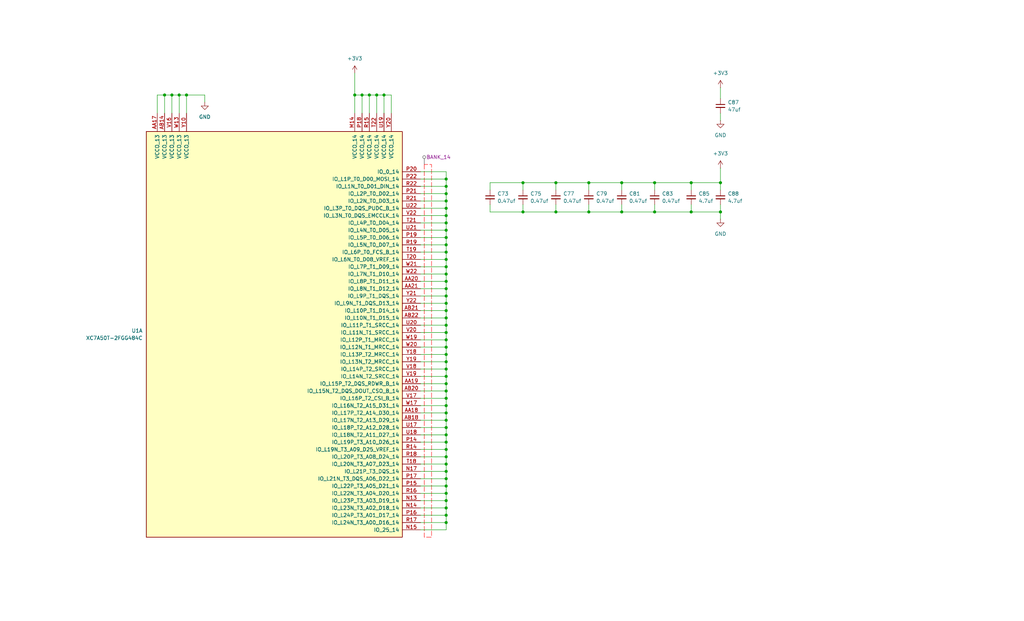
<source format=kicad_sch>
(kicad_sch (version 20250114) (generator "eeschema") (generator_version "9.0")
  (paper "USLegal")
  (junction (at 154.94 113.03))
  (junction (at 154.94 118.11))
  (junction (at 154.94 100.33))
  (junction (at 154.94 151.13))
  (junction (at 154.94 62.23))
  (junction (at 154.94 82.55))
  (junction (at 154.94 146.05))
  (junction (at 154.94 125.73))
  (junction (at 154.94 77.47))
  (junction (at 154.94 110.49))
  (junction (at 154.94 92.71))
  (junction (at 154.94 168.91))
  (junction (at 181.61 63.5))
  (junction (at 154.94 130.81))
  (junction (at 154.94 181.61))
  (junction (at 154.94 140.97))
  (junction (at 154.94 133.35))
  (junction (at 227.33 73.66))
  (junction (at 154.94 105.41))
  (junction (at 215.9 73.66))
  (junction (at 154.94 163.83))
  (junction (at 128.27 33.02))
  (junction (at 154.94 72.39))
  (junction (at 154.94 153.67))
  (junction (at 240.03 63.5))
  (junction (at 154.94 120.65))
  (junction (at 154.94 69.85))
  (junction (at 154.94 166.37))
  (junction (at 154.94 158.75))
  (junction (at 154.94 148.59))
  (junction (at 154.94 128.27))
  (junction (at 193.04 73.66))
  (junction (at 181.61 73.66))
  (junction (at 215.9 63.5))
  (junction (at 133.35 33.02))
  (junction (at 193.04 63.5))
  (junction (at 154.94 171.45))
  (junction (at 154.94 97.79))
  (junction (at 154.94 138.43))
  (junction (at 154.94 115.57))
  (junction (at 154.94 74.93))
  (junction (at 250.19 73.66))
  (junction (at 154.94 85.09))
  (junction (at 204.47 73.66))
  (junction (at 154.94 95.25))
  (junction (at 64.77 33.02))
  (junction (at 123.19 33.02))
  (junction (at 57.15 33.02))
  (junction (at 154.94 143.51))
  (junction (at 154.94 156.21))
  (junction (at 154.94 173.99))
  (junction (at 154.94 80.01))
  (junction (at 227.33 63.5))
  (junction (at 154.94 179.07))
  (junction (at 154.94 135.89))
  (junction (at 154.94 176.53))
  (junction (at 154.94 102.87))
  (junction (at 62.23 33.02))
  (junction (at 154.94 123.19))
  (junction (at 130.81 33.02))
  (junction (at 154.94 107.95))
  (junction (at 154.94 90.17))
  (junction (at 59.69 33.02))
  (junction (at 154.94 87.63))
  (junction (at 125.73 33.02))
  (junction (at 240.03 73.66))
  (junction (at 250.19 63.5))
  (junction (at 154.94 161.29))
  (junction (at 204.47 63.5))
  (junction (at 154.94 67.31))
  (junction (at 154.94 64.77))
  (wire (pts (xy 154.94 163.83) (xy 154.94 166.37)))
  (wire (pts (xy 154.94 97.79) (xy 146.05 97.79)))
  (wire (pts (xy 154.94 97.79) (xy 154.94 100.33)))
  (wire (pts (xy 250.19 73.66) (xy 250.19 71.12)))
  (wire (pts (xy 170.18 73.66) (xy 181.61 73.66)))
  (wire (pts (xy 154.94 151.13) (xy 154.94 153.67)))
  (wire (pts (xy 154.94 176.53) (xy 154.94 179.07)))
  (wire (pts (xy 154.94 87.63) (xy 154.94 90.17)))
  (wire (pts (xy 154.94 176.53) (xy 146.05 176.53)))
  (wire (pts (xy 154.94 110.49) (xy 154.94 113.03)))
  (wire (pts (xy 240.03 63.5) (xy 240.03 66.04)))
  (wire (pts (xy 154.94 128.27) (xy 146.05 128.27)))
  (wire (pts (xy 154.94 80.01) (xy 146.05 80.01)))
  (wire (pts (xy 154.94 110.49) (xy 146.05 110.49)))
  (wire (pts (xy 154.94 163.83) (xy 146.05 163.83)))
  (wire (pts (xy 204.47 63.5) (xy 204.47 66.04)))
  (wire (pts (xy 227.33 63.5) (xy 240.03 63.5)))
  (wire (pts (xy 154.94 146.05) (xy 154.94 148.59)))
  (wire (pts (xy 193.04 73.66) (xy 204.47 73.66)))
  (wire (pts (xy 154.94 171.45) (xy 154.94 173.99)))
  (wire (pts (xy 240.03 63.5) (xy 250.19 63.5)))
  (wire (pts (xy 154.94 156.21) (xy 154.94 158.75)))
  (wire (pts (xy 54.61 39.37) (xy 54.61 33.02)))
  (wire (pts (xy 154.94 92.71) (xy 154.94 95.25)))
  (wire (pts (xy 154.94 148.59) (xy 154.94 151.13)))
  (wire (pts (xy 154.94 59.69) (xy 154.94 62.23)))
  (wire (pts (xy 154.94 85.09) (xy 154.94 87.63)))
  (wire (pts (xy 154.94 77.47) (xy 146.05 77.47)))
  (wire (pts (xy 57.15 33.02) (xy 59.69 33.02)))
  (wire (pts (xy 59.69 33.02) (xy 59.69 39.37)))
  (wire (pts (xy 154.94 113.03) (xy 146.05 113.03)))
  (wire (pts (xy 133.35 33.02) (xy 133.35 39.37)))
  (wire (pts (xy 215.9 63.5) (xy 215.9 66.04)))
  (wire (pts (xy 154.94 171.45) (xy 146.05 171.45)))
  (wire (pts (xy 154.94 67.31) (xy 154.94 69.85)))
  (wire (pts (xy 154.94 158.75) (xy 146.05 158.75)))
  (wire (pts (xy 154.94 100.33) (xy 154.94 102.87)))
  (wire (pts (xy 123.19 39.37) (xy 123.19 33.02)))
  (wire (pts (xy 154.94 69.85) (xy 146.05 69.85)))
  (wire (pts (xy 154.94 179.07) (xy 154.94 181.61)))
  (wire (pts (xy 154.94 168.91) (xy 154.94 171.45)))
  (wire (pts (xy 250.19 73.66) (xy 250.19 76.2)))
  (wire (pts (xy 154.94 107.95) (xy 154.94 110.49)))
  (wire (pts (xy 204.47 71.12) (xy 204.47 73.66)))
  (wire (pts (xy 154.94 107.95) (xy 146.05 107.95)))
  (wire (pts (xy 154.94 90.17) (xy 146.05 90.17)))
  (wire (pts (xy 227.33 71.12) (xy 227.33 73.66)))
  (wire (pts (xy 240.03 71.12) (xy 240.03 73.66)))
  (wire (pts (xy 170.18 66.04) (xy 170.18 63.5)))
  (wire (pts (xy 154.94 77.47) (xy 154.94 80.01)))
  (wire (pts (xy 154.94 123.19) (xy 146.05 123.19)))
  (wire (pts (xy 154.94 156.21) (xy 146.05 156.21)))
  (wire (pts (xy 64.77 33.02) (xy 71.12 33.02)))
  (wire (pts (xy 154.94 105.41) (xy 154.94 107.95)))
  (wire (pts (xy 154.94 100.33) (xy 146.05 100.33)))
  (wire (pts (xy 154.94 92.71) (xy 146.05 92.71)))
  (wire (pts (xy 154.94 138.43) (xy 146.05 138.43)))
  (wire (pts (xy 125.73 33.02) (xy 128.27 33.02)))
  (wire (pts (xy 181.61 71.12) (xy 181.61 73.66)))
  (wire (pts (xy 154.94 173.99) (xy 146.05 173.99)))
  (wire (pts (xy 154.94 87.63) (xy 146.05 87.63)))
  (wire (pts (xy 154.94 161.29) (xy 146.05 161.29)))
  (wire (pts (xy 154.94 125.73) (xy 146.05 125.73)))
  (wire (pts (xy 193.04 63.5) (xy 204.47 63.5)))
  (wire (pts (xy 250.19 58.42) (xy 250.19 63.5)))
  (wire (pts (xy 128.27 33.02) (xy 130.81 33.02)))
  (wire (pts (xy 154.94 181.61) (xy 146.05 181.61)))
  (wire (pts (xy 154.94 118.11) (xy 146.05 118.11)))
  (wire (pts (xy 154.94 118.11) (xy 154.94 120.65)))
  (wire (pts (xy 227.33 73.66) (xy 240.03 73.66)))
  (wire (pts (xy 154.94 113.03) (xy 154.94 115.57)))
  (wire (pts (xy 154.94 74.93) (xy 154.94 77.47)))
  (wire (pts (xy 154.94 130.81) (xy 146.05 130.81)))
  (wire (pts (xy 154.94 168.91) (xy 146.05 168.91)))
  (wire (pts (xy 62.23 33.02) (xy 62.23 39.37)))
  (wire (pts (xy 204.47 63.5) (xy 215.9 63.5)))
  (wire (pts (xy 154.94 148.59) (xy 146.05 148.59)))
  (wire (pts (xy 181.61 73.66) (xy 193.04 73.66)))
  (wire (pts (xy 154.94 130.81) (xy 154.94 133.35)))
  (wire (pts (xy 250.19 66.04) (xy 250.19 63.5)))
  (wire (pts (xy 154.94 158.75) (xy 154.94 161.29)))
  (wire (pts (xy 133.35 33.02) (xy 135.89 33.02)))
  (wire (pts (xy 181.61 63.5) (xy 181.61 66.04)))
  (wire (pts (xy 181.61 63.5) (xy 193.04 63.5)))
  (wire (pts (xy 250.19 39.37) (xy 250.19 41.91)))
  (wire (pts (xy 204.47 73.66) (xy 215.9 73.66)))
  (wire (pts (xy 154.94 120.65) (xy 154.94 123.19)))
  (wire (pts (xy 154.94 143.51) (xy 154.94 146.05)))
  (wire (pts (xy 154.94 140.97) (xy 146.05 140.97)))
  (wire (pts (xy 154.94 115.57) (xy 146.05 115.57)))
  (wire (pts (xy 154.94 184.15) (xy 146.05 184.15)))
  (wire (pts (xy 154.94 146.05) (xy 146.05 146.05)))
  (wire (pts (xy 215.9 63.5) (xy 227.33 63.5)))
  (wire (pts (xy 154.94 115.57) (xy 154.94 118.11)))
  (wire (pts (xy 154.94 102.87) (xy 154.94 105.41)))
  (wire (pts (xy 154.94 102.87) (xy 146.05 102.87)))
  (wire (pts (xy 154.94 143.51) (xy 146.05 143.51)))
  (wire (pts (xy 125.73 33.02) (xy 125.73 39.37)))
  (wire (pts (xy 154.94 105.41) (xy 146.05 105.41)))
  (wire (pts (xy 227.33 63.5) (xy 227.33 66.04)))
  (wire (pts (xy 154.94 72.39) (xy 154.94 74.93)))
  (wire (pts (xy 154.94 95.25) (xy 146.05 95.25)))
  (wire (pts (xy 154.94 138.43) (xy 154.94 140.97)))
  (wire (pts (xy 154.94 80.01) (xy 154.94 82.55)))
  (wire (pts (xy 154.94 166.37) (xy 154.94 168.91)))
  (wire (pts (xy 154.94 181.61) (xy 154.94 184.15)))
  (wire (pts (xy 57.15 33.02) (xy 57.15 39.37)))
  (wire (pts (xy 154.94 74.93) (xy 146.05 74.93)))
  (wire (pts (xy 154.94 90.17) (xy 154.94 92.71)))
  (wire (pts (xy 193.04 71.12) (xy 193.04 73.66)))
  (wire (pts (xy 154.94 153.67) (xy 154.94 156.21)))
  (wire (pts (xy 154.94 62.23) (xy 154.94 64.77)))
  (wire (pts (xy 154.94 85.09) (xy 146.05 85.09)))
  (wire (pts (xy 215.9 73.66) (xy 227.33 73.66)))
  (wire (pts (xy 146.05 59.69) (xy 154.94 59.69)))
  (wire (pts (xy 170.18 71.12) (xy 170.18 73.66)))
  (wire (pts (xy 154.94 67.31) (xy 146.05 67.31)))
  (wire (pts (xy 154.94 153.67) (xy 146.05 153.67)))
  (wire (pts (xy 64.77 33.02) (xy 64.77 39.37)))
  (wire (pts (xy 130.81 33.02) (xy 133.35 33.02)))
  (wire (pts (xy 154.94 125.73) (xy 154.94 128.27)))
  (wire (pts (xy 154.94 151.13) (xy 146.05 151.13)))
  (wire (pts (xy 154.94 120.65) (xy 146.05 120.65)))
  (wire (pts (xy 62.23 33.02) (xy 64.77 33.02)))
  (wire (pts (xy 154.94 133.35) (xy 154.94 135.89)))
  (wire (pts (xy 215.9 71.12) (xy 215.9 73.66)))
  (wire (pts (xy 154.94 64.77) (xy 154.94 67.31)))
  (wire (pts (xy 154.94 62.23) (xy 146.05 62.23)))
  (wire (pts (xy 59.69 33.02) (xy 62.23 33.02)))
  (wire (pts (xy 154.94 72.39) (xy 146.05 72.39)))
  (wire (pts (xy 154.94 140.97) (xy 154.94 143.51)))
  (wire (pts (xy 154.94 179.07) (xy 146.05 179.07)))
  (wire (pts (xy 123.19 25.4) (xy 123.19 33.02)))
  (wire (pts (xy 154.94 135.89) (xy 146.05 135.89)))
  (wire (pts (xy 130.81 33.02) (xy 130.81 39.37)))
  (wire (pts (xy 240.03 73.66) (xy 250.19 73.66)))
  (wire (pts (xy 250.19 30.48) (xy 250.19 34.29)))
  (wire (pts (xy 193.04 63.5) (xy 193.04 66.04)))
  (wire (pts (xy 154.94 133.35) (xy 146.05 133.35)))
  (wire (pts (xy 154.94 82.55) (xy 154.94 85.09)))
  (wire (pts (xy 123.19 33.02) (xy 125.73 33.02)))
  (wire (pts (xy 154.94 166.37) (xy 146.05 166.37)))
  (wire (pts (xy 128.27 33.02) (xy 128.27 39.37)))
  (wire (pts (xy 154.94 82.55) (xy 146.05 82.55)))
  (wire (pts (xy 154.94 95.25) (xy 154.94 97.79)))
  (wire (pts (xy 154.94 128.27) (xy 154.94 130.81)))
  (wire (pts (xy 170.18 63.5) (xy 181.61 63.5)))
  (wire (pts (xy 154.94 64.77) (xy 146.05 64.77)))
  (wire (pts (xy 54.61 33.02) (xy 57.15 33.02)))
  (wire (pts (xy 135.89 33.02) (xy 135.89 39.37)))
  (wire (pts (xy 154.94 123.19) (xy 154.94 125.73)))
  (wire (pts (xy 154.94 161.29) (xy 154.94 163.83)))
  (wire (pts (xy 154.94 135.89) (xy 154.94 138.43)))
  (wire (pts (xy 71.12 33.02) (xy 71.12 35.56)))
  (wire (pts (xy 154.94 69.85) (xy 154.94 72.39)))
  (wire (pts (xy 154.94 173.99) (xy 154.94 176.53)))
  (rule_area (polyline (pts (xy 147.32 57.15) (xy 147.32 186.69) (xy 149.86 186.69) (xy 149.86 57.15)) (stroke (width 0) (type dash))))
  (netclass_flag "" (length 2.54) (shape round) (at 147.32 57.15 0) (property "Netclass" "BANK_14" (at 148.0185 54.61 0) (effects (justify left))))
  (symbol (lib_id "!Misc:C_47uf_1206") (at 250.19 36.83 0) (unit 1)
    (property "Reference" "C87" (at 252.73 35.5662 0) (effects (justify left)))
    (property "Value" "47uf" (at 252.73 38.1062 0) (effects (justify left)))
    (property "Footprint" "Capacitor_SMD:C_1206_3216Metric" (effects (hide yes)))
    (property "Description" "Unpolarized capacitor 47uf 1206" (effects (hide yes)))
    (property "LCSC Part #" "C96123" (effects (hide yes)))
    (property "Digi-Key Part Number" "1276-3063-1-ND" (effects (hide yes)))
  )
  (symbol (lib_id "power:GND") (at 250.19 76.2 0) (unit 1)
    (property "Reference" "#PWR096" (effects (hide yes)))
    (property "Value" "GND" (at 250.19 81.28 0))
    (property "Description" "Power symbol creates a global label with name \"GND\" , ground" (effects (hide yes)))
  )
  (symbol (lib_id "!Misc:C_0.47uf_0402") (at 227.33 68.58 0) (unit 1)
    (property "Reference" "C83" (at 229.87 67.3162 0) (effects (justify left)))
    (property "Value" "0.47uf" (at 229.87 69.8562 0) (effects (justify left)))
    (property "Footprint" "Capacitor_SMD:C_0402_1005Metric" (effects (hide yes)))
    (property "Description" "Unpolarized capacitor 0.47uf 0402" (effects (hide yes)))
    (property "LCSC Part #" "C1779" (effects (hide yes)))
    (property "Digi-Key Part Number" "1276-1173-1-ND" (effects (hide yes)))
  )
  (symbol (lib_id "power:GND") (at 250.19 41.91 0) (unit 1)
    (property "Reference" "#PWR095" (effects (hide yes)))
    (property "Value" "GND" (at 250.19 46.99 0))
    (property "Description" "Power symbol creates a global label with name \"GND\" , ground" (effects (hide yes)))
  )
  (symbol (lib_id "power:+3V3") (at 250.19 30.48 0) (unit 1)
    (property "Reference" "#PWR0112" (effects (hide yes)))
    (property "Value" "+3V3" (at 250.19 25.4 0))
    (property "Description" "Power symbol creates a global label with name \"+3V3\"" (effects (hide yes)))
  )
  (symbol (lib_id "!Misc:C_4.7uf_0805") (at 240.03 68.58 0) (unit 1)
    (property "Reference" "C85" (at 242.57 67.3162 0) (effects (justify left)))
    (property "Value" "4.7uf" (at 242.57 69.8562 0) (effects (justify left)))
    (property "Footprint" "Capacitor_SMD:C_0805_2012Metric" (effects (hide yes)))
    (property "Description" "Unpolarized capacitor 4.7uf 0805" (effects (hide yes)))
    (property "LCSC Part #" "C1779" (effects (hide yes)))
    (property "Digi-Key Part Number" "1276-1244-1-ND" (effects (hide yes)))
  )
  (symbol (lib_id "power:+3V3") (at 123.19 25.4 0) (unit 1)
    (property "Reference" "#PWR0101" (effects (hide yes)))
    (property "Value" "+3V3" (at 123.19 20.32 0))
    (property "Description" "Power symbol creates a global label with name \"+3V3\"" (effects (hide yes)))
  )
  (symbol (lib_id "!Misc:C_0.47uf_0402") (at 170.18 68.58 0) (unit 1)
    (property "Reference" "C73" (at 172.72 67.3162 0) (effects (justify left)))
    (property "Value" "0.47uf" (at 172.72 69.8562 0) (effects (justify left)))
    (property "Footprint" "Capacitor_SMD:C_0402_1005Metric" (effects (hide yes)))
    (property "Description" "Unpolarized capacitor 0.47uf 0402" (effects (hide yes)))
    (property "LCSC Part #" "C1779" (effects (hide yes)))
    (property "Digi-Key Part Number" "1276-1173-1-ND" (effects (hide yes)))
  )
  (symbol (lib_id "power:+3V3") (at 250.19 58.42 0) (unit 1)
    (property "Reference" "#PWR0113" (effects (hide yes)))
    (property "Value" "+3V3" (at 250.19 53.34 0))
    (property "Description" "Power symbol creates a global label with name \"+3V3\"" (effects (hide yes)))
  )
  (symbol (lib_id "!Misc:C_4.7uf_0805") (at 250.19 68.58 0) (unit 1)
    (property "Reference" "C88" (at 252.73 67.3162 0) (effects (justify left)))
    (property "Value" "4.7uf" (at 252.73 69.8562 0) (effects (justify left)))
    (property "Footprint" "Capacitor_SMD:C_0805_2012Metric" (effects (hide yes)))
    (property "Description" "Unpolarized capacitor 4.7uf 0805" (effects (hide yes)))
    (property "LCSC Part #" "C1779" (effects (hide yes)))
    (property "Digi-Key Part Number" "1276-1244-1-ND" (effects (hide yes)))
  )
  (symbol (lib_id "power:GND") (at 71.12 35.56 0) (unit 1)
    (property "Reference" "#PWR016" (effects (hide yes)))
    (property "Value" "GND" (at 71.12 40.64 0))
    (property "Description" "Power symbol creates a global label with name \"GND\" , ground" (effects (hide yes)))
  )
  (symbol (lib_id "!Misc:C_0.47uf_0402") (at 181.61 68.58 0) (unit 1)
    (property "Reference" "C75" (at 184.15 67.3162 0) (effects (justify left)))
    (property "Value" "0.47uf" (at 184.15 69.8562 0) (effects (justify left)))
    (property "Footprint" "Capacitor_SMD:C_0402_1005Metric" (effects (hide yes)))
    (property "Description" "Unpolarized capacitor 0.47uf 0402" (effects (hide yes)))
    (property "LCSC Part #" "C1779" (effects (hide yes)))
    (property "Digi-Key Part Number" "1276-1173-1-ND" (effects (hide yes)))
  )
  (symbol (lib_id "!Misc:C_0.47uf_0402") (at 215.9 68.58 0) (unit 1)
    (property "Reference" "C81" (at 218.44 67.3162 0) (effects (justify left)))
    (property "Value" "0.47uf" (at 218.44 69.8562 0) (effects (justify left)))
    (property "Footprint" "Capacitor_SMD:C_0402_1005Metric" (effects (hide yes)))
    (property "Description" "Unpolarized capacitor 0.47uf 0402" (effects (hide yes)))
    (property "LCSC Part #" "C1779" (effects (hide yes)))
    (property "Digi-Key Part Number" "1276-1173-1-ND" (effects (hide yes)))
  )
  (symbol (lib_id "!Xilinx:XC7A50T-FGG484") (at 95.25 113.03 0) (unit 1)
    (property "Reference" "U1" (at 49.53 114.9349 0) (effects (justify right)))
    (property "Value" "XC7A50T-2FGG484C" (at 49.53 117.4749 0) (effects (justify right)))
    (property "Footprint" "!Xilinx:Xilinx_FGG484" (effects (hide yes)))
    (property "Description" "XC7A50T-2FGG484C" (effects (hide yes)))
    (property "LCSC Part #" "C1550658" (effects (hide yes)))
    (property "Digi-Key Part Number" "122-2082-ND" (effects (hide yes)))
  )
  (symbol (lib_id "!Misc:C_0.47uf_0402") (at 204.47 68.58 0) (unit 1)
    (property "Reference" "C79" (at 207.01 67.3162 0) (effects (justify left)))
    (property "Value" "0.47uf" (at 207.01 69.8562 0) (effects (justify left)))
    (property "Footprint" "Capacitor_SMD:C_0402_1005Metric" (effects (hide yes)))
    (property "Description" "Unpolarized capacitor 0.47uf 0402" (effects (hide yes)))
    (property "LCSC Part #" "C1779" (effects (hide yes)))
    (property "Digi-Key Part Number" "1276-1173-1-ND" (effects (hide yes)))
  )
  (symbol (lib_id "!Misc:C_0.47uf_0402") (at 193.04 68.58 0) (unit 1)
    (property "Reference" "C77" (at 195.58 67.3162 0) (effects (justify left)))
    (property "Value" "0.47uf" (at 195.58 69.8562 0) (effects (justify left)))
    (property "Footprint" "Capacitor_SMD:C_0402_1005Metric" (effects (hide yes)))
    (property "Description" "Unpolarized capacitor 0.47uf 0402" (effects (hide yes)))
    (property "LCSC Part #" "C1779" (effects (hide yes)))
    (property "Digi-Key Part Number" "1276-1173-1-ND" (effects (hide yes)))
  )
)
</source>
